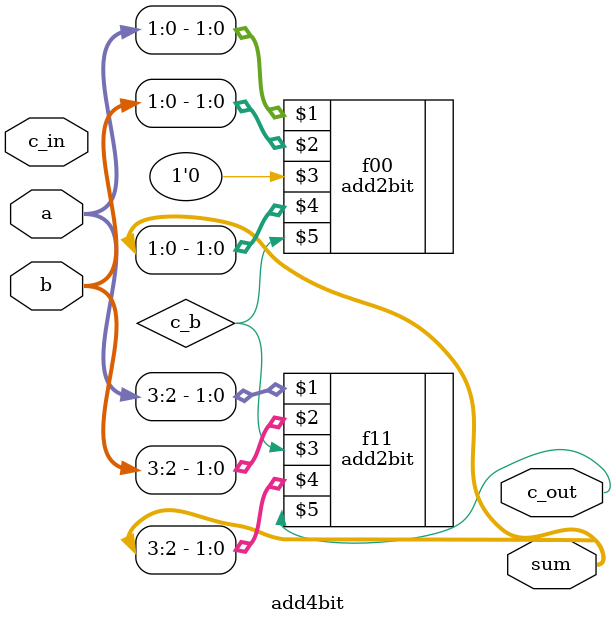
<source format=v>
`include "add2bit.v"

module add4bit (input [3:0] a, b,
                input c_in,
                output [3:0] sum,
                output c_out);

   // use intermediate carry between adders.
   wire c_b;
   add2bit f00(a[0+:2], b[0+:2], 1'b0, sum[0+:2], c_b);
   add2bit f11(a[2+:2], b[2+:2], c_b, sum[2+:2], c_out);
endmodule // add4bit

</source>
